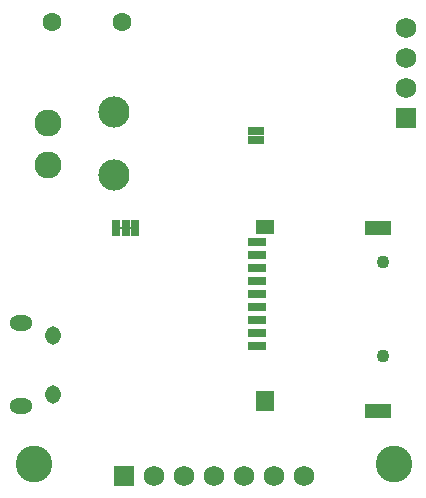
<source format=gbr>
G04 EAGLE Gerber RS-274X export*
G75*
%MOMM*%
%FSLAX34Y34*%
%LPD*%
%AMOC8*
5,1,8,0,0,1.08239X$1,22.5*%
G01*
%ADD10C,3.101600*%
%ADD11C,1.309600*%
%ADD12C,1.371600*%
%ADD13C,1.601600*%
%ADD14R,1.501600X0.801600*%
%ADD15R,1.501600X1.301600*%
%ADD16R,2.301600X1.301600*%
%ADD17R,1.501600X1.701600*%
%ADD18C,1.101600*%
%ADD19R,0.736600X1.371600*%
%ADD20C,0.203200*%
%ADD21R,1.371600X0.736600*%
%ADD22R,1.752600X1.752600*%
%ADD23C,1.752600*%
%ADD24C,2.286000*%
%ADD25C,2.641600*%


D10*
X25400Y25400D03*
X330200Y25400D03*
D11*
X41388Y135086D03*
X41388Y132546D03*
X41388Y133816D03*
X41388Y85302D03*
X41388Y82762D03*
X41388Y84286D03*
D12*
X17004Y143976D03*
X17004Y73872D03*
X11924Y143976D03*
X14210Y143976D03*
X11924Y73872D03*
X14464Y73872D03*
D13*
X100104Y399542D03*
X40104Y399542D03*
D14*
X213738Y125036D03*
X213738Y136036D03*
X213738Y147036D03*
X213738Y158036D03*
X213738Y169036D03*
X213738Y180036D03*
X213738Y191036D03*
X213738Y202036D03*
X213738Y213036D03*
D15*
X220738Y225536D03*
D16*
X316738Y224536D03*
X316738Y69536D03*
D17*
X220738Y78536D03*
D18*
X320738Y196336D03*
X320738Y116536D03*
D19*
X94920Y224448D03*
X103048Y224448D03*
X111176Y224448D03*
D20*
X111938Y224448D02*
X94412Y224448D01*
D21*
X213550Y299178D03*
X213550Y307306D03*
D22*
X339852Y317754D03*
D23*
X339852Y343154D03*
X339852Y368554D03*
X339852Y393954D03*
D24*
X37338Y278286D03*
X37338Y313286D03*
D22*
X101600Y15000D03*
D23*
X127000Y15000D03*
X152400Y15000D03*
X177800Y15000D03*
X203200Y15000D03*
X228600Y15000D03*
X254000Y15000D03*
D25*
X93012Y269254D03*
X93012Y323254D03*
M02*

</source>
